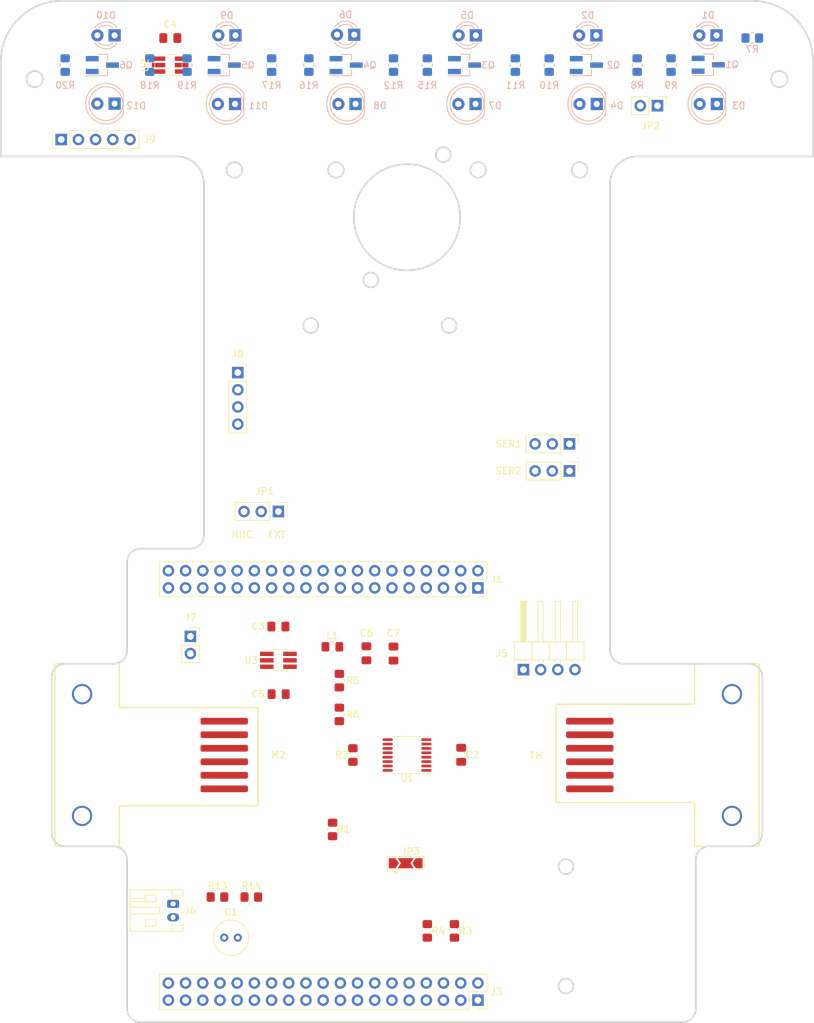
<source format=kicad_pcb>
(kicad_pcb (version 20221018) (generator pcbnew)
  (layers (0 "F.Cu" signal) (31 "B.Cu" signal) (34 "B.Paste" user) (35 "F.Paste" user) (36 "B.SilkS" user "B.Silkscreen") (37 "F.SilkS" user "F.Silkscreen") (38 "B.Mask" user) (39 "F.Mask" user) (44 "Edge.Cuts" user))
  (net 0 "")
  (net 1 "+BATT")
  (net 2 "GND")
  (net 3 "Net-(JP1-A)")
  (net 4 "+3V3")
  (net 5 "Net-(U3-SW)")
  (net 6 "Net-(U3-BST)")
  (net 7 "VCC")
  (net 8 "Net-(D1-K)")
  (net 9 "/VLED")
  (net 10 "Net-(D2-K)")
  (net 11 "Net-(D3-A)")
  (net 12 "Net-(D4-A)")
  (net 13 "Net-(D5-K)")
  (net 14 "Net-(D6-K)")
  (net 15 "Net-(D7-A)")
  (net 16 "Net-(D8-A)")
  (net 17 "Net-(D9-K)")
  (net 18 "Net-(D10-K)")
  (net 19 "Net-(D11-A)")
  (net 20 "Net-(D12-A)")
  (net 25 "/EN1")
  (net 31 "/SENS5")
  (net 32 "/SENS4")
  (net 33 "/SENS3")
  (net 34 "/SENS2")
  (net 35 "/SENS1")
  (net 36 "/SENS0")
  (net 37 "/VIN_NUC")
  (net 38 "+5V")
  (net 39 "/SER1")
  (net 40 "/MAG_TRIG")
  (net 41 "/SCL")
  (net 42 "/SDA")
  (net 43 "/SER2")
  (net 46 "/EN2")
  (net 47 "/ENC2B")
  (net 48 "/ENC1B")
  (net 49 "/ENC1A")
  (net 50 "/PH1")
  (net 52 "/PH2")
  (net 53 "/TX")
  (net 54 "/RX")
  (net 55 "/SENS_BATT")
  (net 56 "/MODE")
  (net 59 "/ENC2A")
  (net 60 "/M1A")
  (net 61 "/M1B")
  (net 62 "Net-(JP3-C)")
  (net 63 "/M2A")
  (net 64 "/M2B")
  (net 65 "Net-(U1-MODE{slash}ERR)")
  (net 66 "Net-(U1-OSCM)")
  (net 67 "Net-(U3-FB)")
  (footprint "Capacitor_SMD:C_0805_2012Metric_Pad1.18x1.45mm_HandSolder" (layer "F.Cu") (at 97 123.9625 -90)
    (fp_text reference "C6" (at -2.9625 0 -180) (layer "F.SilkS"))
    (fp_text value "22uF")
    (pad "1" smd roundrect (at -1.0375 0 270) (size 1.175 1.45) (layers "F.Cu" "F.Paste" "F.Mask") (roundrect_rratio 0.212766) (net 7 "VCC"))
    (pad "2" smd roundrect (at 1.0375 0 270) (size 1.175 1.45) (layers "F.Cu" "F.Paste" "F.Mask") (roundrect_rratio 0.212766) (net 2 "GND"))
  )
  (footprint "Resistor_SMD:R_0805_2012Metric_Pad1.20x1.40mm_HandSolder" (layer "F.Cu") (at 95 139 90)
    (fp_text reference "R2" (at 0 -1.65 180) (layer "F.SilkS"))
    (fp_text value "47k")
    (pad "1" smd roundrect (at -1 0 90) (size 1.2 1.4) (layers "F.Cu" "F.Paste" "F.Mask") (roundrect_rratio 0.208333) (net 66 "Net-(U1-OSCM)"))
    (pad "2" smd roundrect (at 1 0 90) (size 1.2 1.4) (layers "F.Cu" "F.Paste" "F.Mask") (roundrect_rratio 0.208333) (net 2 "GND"))
  )
  (footprint "Resistor_SMD:R_0805_2012Metric_Pad1.20x1.40mm_HandSolder" (layer "F.Cu") (at 75 160)
    (fp_text reference "R13" (at 0 -1.65) (layer "F.SilkS"))
    (fp_text value "4k7")
    (pad "1" smd roundrect (at -1 0) (size 1.2 1.4) (layers "F.Cu" "F.Paste" "F.Mask") (roundrect_rratio 0.208333) (net 1 "+BATT"))
    (pad "2" smd roundrect (at 1 0) (size 1.2 1.4) (layers "F.Cu" "F.Paste" "F.Mask") (roundrect_rratio 0.208333) (net 55 "/SENS_BATT"))
  )
  (footprint "Jumper:SolderJumper-3_P2.0mm_Open_TrianglePad1.0x1.5mm" (layer "F.Cu") (at 102.8 155)
    (fp_text reference "JP3" (at 0.725 -1.775) (layer "F.SilkS"))
    (fp_text value "SolderJumper_3_Bridged12")
    (pad "1" smd custom (at -2 0) (size 0.3 0.3) (layers "F.Cu" "F.Mask") (net 4 "+3V3") (options (clearance outline) (anchor rect)) (primitives (gr_poly (pts (xy 1 0) (xy 0.5 0.75) (xy -0.5 0.75) (xy -0.5 -0.75) (xy 0.5 -0.75)) (width 0) (fill yes))))
    (pad "2" smd custom (at 0 0) (size 0.3 0.3) (layers "F.Cu") (net 62 "Net-(JP3-C)") (options (clearance outline) (anchor rect)) (primitives (gr_poly (pts (xy 0.7 0) (xy 1.2 0.75) (xy -1.2 0.75) (xy -0.7 0) (xy -1.2 -0.75) (xy 1.2 -0.75)) (width 0) (fill yes))))
    (pad "3" smd custom (at 2 0 180) (size 0.3 0.3) (layers "F.Cu" "F.Mask") (net 2 "GND") (options (clearance outline) (anchor rect)) (primitives (gr_poly (pts (xy 1 0) (xy 0.5 0.75) (xy -0.5 0.75) (xy -0.5 -0.75) (xy 0.5 -0.75)) (width 0) (fill yes))))
  )
  (footprint "Connector_PinHeader_2.54mm:PinHeader_1x03_P2.54mm_Vertical" (layer "F.Cu") (at 127 97 -90)
    (fp_text reference "J4" hide)
    (fp_text value "SER2" (at 0 9 -180) (layer "F.SilkS"))
    (pad "1" thru_hole rect (at 0 0 270) (size 1.7 1.7) (drill 1) (layers "*.Cu" "*.Mask") (net 43 "/SER2"))
    (pad "2" thru_hole oval (at 0 2.54 270) (size 1.7 1.7) (drill 1) (layers "*.Cu" "*.Mask") (net 1 "+BATT"))
    (pad "3" thru_hole oval (at 0 5.08 270) (size 1.7 1.7) (drill 1) (layers "*.Cu" "*.Mask") (net 2 "GND"))
  )
  (footprint "Package_TO_SOT_SMD:TSOT-23-6_HandSoldering" (layer "F.Cu") (at 84 125 180)
    (fp_text reference "U3" (at 4 0) (layer "F.SilkS"))
    (fp_text value "AP62200WU-7")
    (pad "1" smd rect (at -1.71 -0.95 180) (size 2 0.65) (layers "F.Cu" "F.Paste" "F.Mask") (net 2 "GND"))
    (pad "2" smd rect (at -1.71 0 180) (size 2 0.65) (layers "F.Cu" "F.Paste" "F.Mask") (net 5 "Net-(U3-SW)"))
    (pad "3" smd rect (at -1.71 0.95 180) (size 2 0.65) (layers "F.Cu" "F.Paste" "F.Mask") (net 3 "Net-(JP1-A)"))
    (pad "4" smd rect (at 1.71 0.95 180) (size 2 0.65) (layers "F.Cu" "F.Paste" "F.Mask") (net 67 "Net-(U3-FB)"))
    (pad "5" smd rect (at 1.71 0 180) (size 2 0.65) (layers "F.Cu" "F.Paste" "F.Mask"))
    (pad "6" smd rect (at 1.71 -0.95 180) (size 2 0.65) (layers "F.Cu" "F.Paste" "F.Mask") (net 6 "Net-(U3-BST)"))
  )
  (footprint "MainBoard:N20" (layer "F.Cu") (at 130 139 90)
    (fp_text reference "M1" (at 0 -8 180 unlocked) (layer "F.SilkS"))
    (fp_text value "~")
    (pad "" thru_hole circle (at -9 21 90) (size 3 3) (drill 2.4) (layers "*.Cu" "*.Mask"))
    (pad "" thru_hole circle (at 9 21 90) (size 3 3) (drill 2.4) (layers "*.Cu" "*.Mask"))
    (pad "1" smd roundrect (at 5 0 90) (size 1 7) (layers "F.Cu" "F.Paste" "F.Mask") (net 60 "/M1A"))
    (pad "2" smd roundrect (at 3 0 90) (size 1 7) (layers "F.Cu" "F.Paste" "F.Mask") (net 61 "/M1B"))
    (pad "3" smd roundrect (at 1 0 90) (size 1 7) (layers "F.Cu" "F.Paste" "F.Mask") (net 38 "+5V"))
    (pad "4" smd roundrect (at -1 0 90) (size 1 7) (layers "F.Cu" "F.Paste" "F.Mask") (net 49 "/ENC1A"))
    (pad "5" smd roundrect (at -3 0 90) (size 1 7) (layers "F.Cu" "F.Paste" "F.Mask") (net 48 "/ENC1B"))
    (pad "6" smd roundrect (at -5 0 90) (size 1 7) (layers "F.Cu" "F.Paste" "F.Mask") (net 2 "GND"))
  )
  (footprint "Capacitor_SMD:C_0805_2012Metric_Pad1.18x1.45mm_HandSolder" (layer "F.Cu") (at 111 138.9625 -90)
    (fp_text reference "C2" (at 0 -1.68 -180) (layer "F.SilkS"))
    (fp_text value "0.1uF")
    (pad "1" smd roundrect (at -1.0375 0 270) (size 1.175 1.45) (layers "F.Cu" "F.Paste" "F.Mask") (roundrect_rratio 0.212766) (net 1 "+BATT"))
    (pad "2" smd roundrect (at 1.0375 0 270) (size 1.175 1.45) (layers "F.Cu" "F.Paste" "F.Mask") (roundrect_rratio 0.212766) (net 2 "GND"))
  )
  (footprint "Capacitor_SMD:C_0805_2012Metric_Pad1.18x1.45mm_HandSolder" (layer "F.Cu") (at 68.0375 33 180)
    (fp_text reference "C4" (at 0 2) (layer "F.SilkS"))
    (fp_text value "0.1uF")
    (pad "1" smd roundrect (at -1.0375 0 180) (size 1.175 1.45) (layers "F.Cu" "F.Paste" "F.Mask") (roundrect_rratio 0.212766) (net 2 "GND"))
    (pad "2" smd roundrect (at 1.0375 0 180) (size 1.175 1.45) (layers "F.Cu" "F.Paste" "F.Mask") (roundrect_rratio 0.212766) (net 4 "+3V3"))
  )
  (footprint "Capacitor_THT:C_Radial_D5.0mm_H7.0mm_P2.00mm" (layer "F.Cu") (at 76 166)
    (fp_text reference "C1" (at 1 -3.75) (layer "F.SilkS"))
    (fp_text value "47uF")
    (pad "1" thru_hole circle (at 0 0) (size 1.2 1.2) (drill 0.6) (layers "*.Cu" "*.Mask") (net 1 "+BATT"))
    (pad "2" thru_hole circle (at 2 0) (size 1.2 1.2) (drill 0.6) (layers "*.Cu" "*.Mask") (net 2 "GND"))
  )
  (footprint "Connector_PinHeader_2.54mm:PinHeader_1x02_P2.54mm_Vertical" (layer "F.Cu") (at 140 43 -90)
    (fp_text reference "JP2" (at 3 1) (layer "F.SilkS"))
    (fp_text value "Jumper_2_Open")
    (pad "1" thru_hole rect (at 0 0 270) (size 1.7 1.7) (drill 1) (layers "*.Cu" "*.Mask") (net 9 "/VLED"))
    (pad "2" thru_hole oval (at 0 2.54 270) (size 1.7 1.7) (drill 1) (layers "*.Cu" "*.Mask") (net 38 "+5V"))
  )
  (footprint "Resistor_SMD:R_0805_2012Metric_Pad1.20x1.40mm_HandSolder" (layer "F.Cu") (at 93 133 -90)
    (fp_text reference "R6" (at 0 -2 -180) (layer "F.SilkS"))
    (fp_text value "10k")
    (pad "1" smd roundrect (at -1 0 270) (size 1.2 1.4) (layers "F.Cu" "F.Paste" "F.Mask") (roundrect_rratio 0.208333) (net 67 "Net-(U3-FB)"))
    (pad "2" smd roundrect (at 1 0 270) (size 1.2 1.4) (layers "F.Cu" "F.Paste" "F.Mask") (roundrect_rratio 0.208333) (net 2 "GND"))
  )
  (footprint "Connector_JST:JST_PH_S2B-PH-K_1x02_P2.00mm_Horizontal" (layer "F.Cu") (at 68.45 161 -90)
    (fp_text reference "J6" (at 1 -2.55 -180) (layer "F.SilkS"))
    (fp_text value "JST")
    (pad "1" thru_hole roundrect (at 0 0 270) (size 1.2 1.75) (drill 0.75) (layers "*.Cu" "*.Mask") (roundrect_rratio 0.208333) (net 1 "+BATT"))
    (pad "2" thru_hole oval (at 2 0 270) (size 1.2 1.75) (drill 0.75) (layers "*.Cu" "*.Mask") (net 2 "GND"))
  )
  (footprint "Package_TO_SOT_SMD:TSOT-23-6_HandSoldering" (layer "F.Cu") (at 68 37 180)
    (fp_text reference "U2" (at 3.71 -0.05 90) (layer "F.SilkS"))
    (fp_text value "TMAG5273A1QDBVR")
    (pad "1" smd rect (at -1.71 -0.95 180) (size 2 0.65) (layers "F.Cu" "F.Paste" "F.Mask") (net 41 "/SCL"))
    (pad "2" smd rect (at -1.71 0 180) (size 2 0.65) (layers "F.Cu" "F.Paste" "F.Mask") (net 2 "GND"))
    (pad "3" smd rect (at -1.71 0.95 180) (size 2 0.65) (layers "F.Cu" "F.Paste" "F.Mask") (net 2 "GND"))
    (pad "4" smd rect (at 1.71 0.95 180) (size 2 0.65) (layers "F.Cu" "F.Paste" "F.Mask") (net 4 "+3V3"))
    (pad "5" smd rect (at 1.71 0 180) (size 2 0.65) (layers "F.Cu" "F.Paste" "F.Mask") (net 40 "/MAG_TRIG"))
    (pad "6" smd rect (at 1.71 -0.95 180) (size 2 0.65) (layers "F.Cu" "F.Paste" "F.Mask") (net 42 "/SDA"))
  )
  (footprint "Connector_PinSocket_2.54mm:PinSocket_2x19_P2.54mm_Vertical" (layer "F.Cu") (at 113.47 114.29 -90)
    (fp_text reference "J1" (at -1.27 -2.77 -180) (layer "F.SilkS"))
    (fp_text value "Conn_02x19_Odd_Even" hide)
    (pad "1" thru_hole rect (at 0 0 270) (size 1.7 1.7) (drill 1) (layers "*.Cu" "*.Mask"))
    (pad "2" thru_hole oval (at -2.54 0 270) (size 1.7 1.7) (drill 1) (layers "*.Cu" "*.Mask"))
    (pad "3" thru_hole oval (at 0 2.54 270) (size 1.7 1.7) (drill 1) (layers "*.Cu" "*.Mask"))
    (pad "4" thru_hole oval (at -2.54 2.54 270) (size 1.7 1.7) (drill 1) (layers "*.Cu" "*.Mask"))
    (pad "5" thru_hole oval (at 0 5.08 270) (size 1.7 1.7) (drill 1) (layers "*.Cu" "*.Mask") (net 7 "VCC"))
    (pad "6" thru_hole oval (at -2.54 5.08 270) (size 1.7 1.7) (drill 1) (layers "*.Cu" "*.Mask") (net 4 "+3V3"))
    (pad "7" thru_hole oval (at 0 7.62 270) (size 1.7 1.7) (drill 1) (layers "*.Cu" "*.Mask") (net 2 "GND"))
    (pad "8" thru_hole oval (at -2.54 7.62 270) (size 1.7 1.7) (drill 1) (layers "*.Cu" "*.Mask"))
    (pad "9" thru_hole oval (at 0 10.16 270) (size 1.7 1.7) (drill 1) (layers "*.Cu" "*.Mask"))
    (pad "10" thru_hole oval (at -2.54 10.16 270) (size 1.7 1.7) (drill 1) (layers "*.Cu" "*.Mask"))
    (pad "11" thru_hole oval (at 0 12.7 270) (size 1.7 1.7) (drill 1) (layers "*.Cu" "*.Mask"))
    (pad "12" thru_hole oval (at -2.54 12.7 270) (size 1.7 1.7) (drill 1) (layers "*.Cu" "*.Mask"))
    (pad "13" thru_hole oval (at 0 15.24 270) (size 1.7 1.7) (drill 1) (layers "*.Cu" "*.Mask"))
    (pad "14" thru_hole oval (at -2.54 15.24 270) (size 1.7 1.7) (drill 1) (layers "*.Cu" "*.Mask"))
    (pad "15" thru_hole oval (at 0 17.78 270) (size 1.7 1.7) (drill 1) (layers "*.Cu" "*.Mask"))
    (pad "16" thru_hole oval (at -2.54 17.78 270) (size 1.7 1.7) (drill 1) (layers "*.Cu" "*.Mask"))
    (pad "17" thru_hole oval (at 0 20.32 270) (size 1.7 1.7) (drill 1) (layers "*.Cu" "*.Mask") (net 4 "+3V3"))
    (pad "18" thru_hole oval (at -2.54 20.32 270) (size 1.7 1.7) (drill 1) (layers "*.Cu" "*.Mask"))
    (pad "19" thru_hole oval (at 0 22.86 270) (size 1.7 1.7) (drill 1) (layers "*.Cu" "*.Mask") (net 38 "+5V"))
    (pad "20" thru_hole oval (at -2.54 22.86 270) (size 1.7 1.7) (drill 1) (layers "*.Cu" "*.Mask") (net 2 "GND"))
    (pad "21" thru_hole oval (at 0 25.4 270) (size 1.7 1.7) (drill 1) (layers "*.Cu" "*.Mask") (net 2 "GND"))
    (pad "22" thru_hole oval (at -2.54 25.4 270) (size 1.7 1.7) (drill 1) (layers "*.Cu" "*.Mask") (net 25 "/EN1"))
    (pad "23" thru_hole oval (at 0 27.94 270) (size 1.7 1.7) (drill 1) (layers "*.Cu" "*.Mask") (net 2 "GND"))
    (pad "24" thru_hole oval (at -2.54 27.94 270) (size 1.7 1.7) (drill 1) (layers "*.Cu" "*.Mask"))
    (pad "25" thru_hole oval (at 0 30.48 270) (size 1.7 1.7) (drill 1) (layers "*.Cu" "*.Mask") (net 37 "/VIN_NUC"))
    (pad "26" thru_hole oval (at -2.54 30.48 270) (size 1.7 1.7) (drill 1) (layers "*.Cu" "*.Mask"))
    (pad "27" thru_hole oval (at 0 33.02 270) (size 1.7 1.7) (drill 1) (layers "*.Cu" "*.Mask") (net 36 "/SENS0"))
    (pad "28" thru_hole oval (at -2.54 33.02 270) (size 1.7 1.7) (drill 1) (layers "*.Cu" "*.Mask"))
    (pad "29" thru_hole oval (at 0 35.56 270) (size 1.7 1.7) (drill 1) (layers "*.Cu" "*.Mask") (net 35 "/SENS1"))
    (pad "30" thru_hole oval (at -2.54 35.56 270) (size 1.7 1.7) (drill 1) (layers "*.Cu" "*.Mask"))
    (pad "31" thru_hole oval (at 0 38.1 270) (size 1.7 1.7) (drill 1) (layers "*.Cu" "*.Mask") (net 34 "/SENS2"))
    (pad "32" thru_hole oval (at -2.54 38.1 270) (size 1.7 1.7) (drill 1) (layers "*.Cu" "*.Mask"))
    (pad "33" thru_hole oval (at 0 40.64 270) (size 1.7 1.7) (drill 1) (layers "*.Cu" "*.Mask") (net 33 "/SENS3"))
    (pad "34" thru_hole oval (at -2.54 40.64 270) (size 1.7 1.7) (drill 1) (layers "*.Cu" "*.Mask"))
    (pad "35" thru_hole oval (at 0 43.18 270) (size 1.7 1.7) (drill 1) (layers "*.Cu" "*.Mask") (net 32 "/SENS4"))
    (pad "36" thru_hole oval (at -2.54 43.18 270) (size 1.7 1.7) (drill 1) (layers "*.Cu" "*.Mask"))
    (pad "37" thru_hole oval (at 0 45.72 270) (size 1.7 1.7) (drill 1) (layers "*.Cu" "*.Mask") (net 31 "/SENS5"))
    (pad "38" thru_hole oval (at -2.54 45.72 270) (size 1.7 1.7) (drill 1) (layers "*.Cu" "*.Mask"))
  )
  (footprint "Connector_PinHeader_2.54mm:PinHeader_1x05_P2.54mm_Vertical" (layer "F.Cu") (at 51.92 48 90)
    (fp_text reference "J9" (at 0 13.08 180) (layer "F.SilkS"))
    (fp_text value "Conn_01x05_Socket")
    (pad "1" thru_hole rect (at 0 0 90) (size 1.7 1.7) (drill 1) (layers "*.Cu" "*.Mask") (net 4 "+3V3"))
    (pad "2" thru_hole oval (at 0 2.54 90) (size 1.7 1.7) (drill 1) (layers "*.Cu" "*.Mask") (net 40 "/MAG_TRIG"))
    (pad "3" thru_hole oval (at 0 5.08 90) (size 1.7 1.7) (drill 1) (layers "*.Cu" "*.Mask") (net 42 "/SDA"))
    (pad "4" thru_hole oval (at 0 7.62 90) (size 1.7 1.7) (drill 1) (layers "*.Cu" "*.Mask") (net 41 "/SCL"))
    (pad "5" thru_hole oval (at 0 10.16 90) (size 1.7 1.7) (drill 1) (layers "*.Cu" "*.Mask") (net 2 "GND"))
  )
  (footprint "Package_SO:TSSOP-16_4.4x5mm_P0.65mm" (layer "F.Cu") (at 103 139 180)
    (fp_text reference "U1" (at 0 -3.45) (layer "F.SilkS"))
    (fp_text value "~")
    (pad "1" smd roundrect (at -2.8625 -2.275 180) (size 1.475 0.4) (layers "F.Cu" "F.Paste" "F.Mask") (net 25 "/EN1"))
    (pad "2" smd roundrect (at -2.8625 -1.625 180) (size 1.475 0.4) (layers "F.Cu" "F.Paste" "F.Mask") (net 46 "/EN2"))
    (pad "3" smd roundrect (at -2.8625 -0.975 180) (size 1.475 0.4) (layers "F.Cu" "F.Paste" "F.Mask") (net 50 "/PH1"))
    (pad "4" smd roundrect (at -2.8625 -0.325 180) (size 1.475 0.4) (layers "F.Cu" "F.Paste" "F.Mask") (net 2 "GND"))
    (pad "5" smd roundrect (at -2.8625 0.325 180) (size 1.475 0.4) (layers "F.Cu" "F.Paste" "F.Mask") (net 1 "+BATT"))
    (pad "6" smd roundrect (at -2.8625 0.975 180) (size 1.475 0.4) (layers "F.Cu" "F.Paste" "F.Mask") (net 2 "GND"))
    (pad "7" smd roundrect (at -2.8625 1.625 180) (size 1.475 0.4) (layers "F.Cu" "F.Paste" "F.Mask") (net 60 "/M1A"))
    (pad "8" smd roundrect (at -2.8625 2.275 180) (size 1.475 0.4) (layers "F.Cu" "F.Paste" "F.Mask") (net 61 "/M1B"))
    (pad "9" smd roundrect (at 2.8625 2.275 180) (size 1.475 0.4) (layers "F.Cu" "F.Paste" "F.Mask") (net 64 "/M2B"))
    (pad "10" smd roundrect (at 2.8625 1.625 180) (size 1.475 0.4) (layers "F.Cu" "F.Paste" "F.Mask") (net 63 "/M2A"))
    (pad "11" smd roundrect (at 2.8625 0.975 180) (size 1.475 0.4) (layers "F.Cu" "F.Paste" "F.Mask") (net 2 "GND"))
    (pad "12" smd roundrect (at 2.8625 0.325 180) (size 1.475 0.4) (layers "F.Cu" "F.Paste" "F.Mask") (net 4 "+3V3"))
    (pad "13" smd roundrect (at 2.8625 -0.325 180) (size 1.475 0.4) (layers "F.Cu" "F.Paste" "F.Mask") (net 66 "Net-(U1-OSCM)"))
    (pad "14" smd roundrect (at 2.8625 -0.975 180) (size 1.475 0.4) (layers "F.Cu" "F.Paste" "F.Mask") (net 62 "Net-(JP3-C)"))
    (pad "15" smd roundrect (at 2.8625 -1.625 180) (size 1.475 0.4) (layers "F.Cu" "F.Paste" "F.Mask") (net 65 "Net-(U1-MODE{slash}ERR)"))
    (pad "16" smd roundrect (at 2.8625 -2.275 180) (size 1.475 0.4) (layers "F.Cu" "F.Paste" "F.Mask") (net 52 "/PH2"))
  )
  (footprint "Capacitor_SMD:C_0805_2012Metric_Pad1.18x1.45mm_HandSolder" (layer "F.Cu") (at 84.0375 130 180)
    (fp_text reference "C5" (at 3.0375 0) (layer "F.SilkS"))
    (fp_text value "0.1uF")
    (pad "1" smd roundrect (at -1.0375 0 180) (size 1.175 1.45) (layers "F.Cu" "F.Paste" "F.Mask") (roundrect_rratio 0.212766) (net 5 "Net-(U3-SW)"))
    (pad "2" smd roundrect (at 1.0375 0 180) (size 1.175 1.45) (layers "F.Cu" "F.Paste" "F.Mask") (roundrect_rratio 0.212766) (net 6 "Net-(U3-BST)"))
  )
  (footprint "Connector_PinSocket_2.54mm:PinSocket_1x02_P2.54mm_Vertical" (layer "F.Cu") (at 71 121.46)
    (fp_text reference "J7" (at 0 -2.77) (layer "F.SilkS"))
    (fp_text value "Conn_01x02_Socket")
    (pad "1" thru_hole rect (at 0 0) (size 1.7 1.7) (drill 1) (layers "*.Cu" "*.Mask") (net 1 "+BATT"))
    (pad "2" thru_hole oval (at 0 2.54) (size 1.7 1.7) (drill 1) (layers "*.Cu" "*.Mask") (net 2 "GND"))
  )
  (footprint "Inductor_SMD:L_0805_2012Metric_Pad1.15x1.40mm_HandSolder" (layer "F.Cu") (at 91.975 123)
    (fp_text reference "L1" (at 0 -1.65) (layer "F.SilkS"))
    (fp_text value "4.7uH")
    (pad "1" smd roundrect (at -1.025 0) (size 1.15 1.4) (layers "F.Cu" "F.Paste" "F.Mask") (roundrect_rratio 0.217391) (net 5 "Net-(U3-SW)"))
    (pad "2" smd roundrect (at 1.025 0) (size 1.15 1.4) (layers "F.Cu" "F.Paste" "F.Mask") (roundrect_rratio 0.217391) (net 7 "VCC"))
  )
  (footprint "Connector_PinHeader_2.54mm:PinHeader_1x03_P2.54mm_Vertical" (layer "F.Cu") (at 127 93 -90)
    (fp_text reference "J2" hide)
    (fp_text value "SER1" (at 0 9 -180) (layer "F.SilkS"))
    (pad "1" thru_hole rect (at 0 0 270) (size 1.7 1.7) (drill 1) (layers "*.Cu" "*.Mask") (net 39 "/SER1"))
    (pad "2" thru_hole oval (at 0 2.54 270) (size 1.7 1.7) (drill 1) (layers "*.Cu" "*.Mask") (net 1 "+BATT"))
    (pad "3" thru_hole oval (at 0 5.08 270) (size 1.7 1.7) (drill 1) (layers "*.Cu" "*.Mask") (net 2 "GND"))
  )
  (footprint "Connector_PinHeader_2.54mm:PinHeader_1x03_P2.54mm_Vertical" (layer "F.Cu") (at 84 103 -90)
    (fp_text reference "JP1" (at -3 2 -180) (layer "F.SilkS"))
    (fp_text value "Jumper_3_Bridged12")
    (pad "1" thru_hole rect (at 0 0 270) (size 1.7 1.7) (drill 1) (layers "*.Cu" "*.Mask") (net 3 "Net-(JP1-A)"))
    (pad "2" thru_hole oval (at 0 2.54 270) (size 1.7 1.7) (drill 1) (layers "*.Cu" "*.Mask") (net 1 "+BATT"))
    (pad "3" thru_hole oval (at 0 5.08 270) (size 1.7 1.7) (drill 1) (layers "*.Cu" "*.Mask") (net 37 "/VIN_NUC"))
  )
  (footprint "Capacitor_SMD:C_0805_2012Metric_Pad1.18x1.45mm_HandSolder" (layer "F.Cu") (at 84 120)
    (fp_text reference "C3" (at -3 0) (layer "F.SilkS"))
    (fp_text value "10uF")
    (pad "1" smd roundrect (at -1.0375 0) (size 1.175 1.45) (layers "F.Cu" "F.Paste" "F.Mask") (roundrect_rratio 0.212766) (net 2 "GND"))
    (pad "2" smd roundrect (at 1.0375 0) (size 1.175 1.45) (layers "F.Cu" "F.Paste" "F.Mask") (roundrect_rratio 0.212766) (net 3 "Net-(JP1-A)"))
  )
  (footprint "Resistor_SMD:R_0805_2012Metric_Pad1.20x1.40mm_HandSolder" (layer "F.Cu") (at 80 160)
    (fp_text reference "R14" (at 0 -1.65) (layer "F.SilkS"))
    (fp_text value "2k2")
    (pad "1" smd roundrect (at -1 0) (size 1.2 1.4) (layers "F.Cu" "F.Paste" "F.Mask") (roundrect_rratio 0.208333) (net 55 "/SENS_BATT"))
    (pad "2" smd roundrect (at 1 0) (size 1.2 1.4) (layers "F.Cu" "F.Paste" "F.Mask") (roundrect_rratio 0.208333) (net 2 "GND"))
  )
  (footprint "Resistor_SMD:R_0805_2012Metric_Pad1.20x1.40mm_HandSolder" (layer "F.Cu") (at 106 165 -90)
    (fp_text reference "R4" (at 0 -1.65 -180) (layer "F.SilkS"))
    (fp_text value "2k2")
    (pad "1" smd roundrect (at -1 0 270) (size 1.2 1.4) (layers "F.Cu" "F.Paste" "F.Mask") (roundrect_rratio 0.208333) (net 4 "+3V3"))
    (pad "2" smd roundrect (at 1 0 270) (size 1.2 1.4) (layers "F.Cu" "F.Paste" "F.Mask") (roundrect_rratio 0.208333) (net 42 "/SDA"))
  )
  (footprint "Resistor_SMD:R_0805_2012Metric_Pad1.20x1.40mm_HandSolder" (layer "F.Cu") (at 110 165 -90)
    (fp_text reference "R3" (at 0 -1.65 -180) (layer "F.SilkS"))
    (fp_text value "2k2")
    (pad "1" smd roundrect (at -1 0 270) (size 1.2 1.4) (layers "F.Cu" "F.Paste" "F.Mask") (roundrect_rratio 0.208333) (net 4 "+3V3"))
    (pad "2" smd roundrect (at 1 0 270) (size 1.2 1.4) (layers "F.Cu" "F.Paste" "F.Mask") (roundrect_rratio 0.208333) (net 41 "/SCL"))
  )
  (footprint "Connector_PinSocket_2.54mm:PinSocket_1x04_P2.54mm_Vertical" (layer "F.Cu") (at 78 82.46)
    (fp_text reference "J8" (at 0 -2.77) (layer "F.SilkS"))
    (fp_text value "UART")
    (pad "1" thru_hole rect (at 0 0) (size 1.7 1.7) (drill 1) (layers "*.Cu" "*.Mask") (net 38 "+5V"))
    (pad "2" thru_hole oval (at 0 2.54) (size 1.7 1.7) (drill 1) (layers "*.Cu" "*.Mask") (net 2 "GND"))
    (pad "3" thru_hole oval (at 0 5.08) (size 1.7 1.7) (drill 1) (layers "*.Cu" "*.Mask") (net 54 "/RX"))
    (pad "4" thru_hole oval (at 0 7.62) (size 1.7 1.7) (drill 1) (layers "*.Cu" "*.Mask") (net 53 "/TX"))
  )
  (footprint "Resistor_SMD:R_0805_2012Metric_Pad1.20x1.40mm_HandSolder" (layer "F.Cu") (at 93 128 -90)
    (fp_text reference "R5" (at 0 -2 -180) (layer "F.SilkS"))
    (fp_text value "52k3")
    (pad "1" smd roundrect (at -1 0 270) (size 1.2 1.4) (layers "F.Cu" "F.Paste" "F.Mask") (roundrect_rratio 0.208333) (net 7 "VCC"))
    (pad "2" smd roundrect (at 1 0 270) (size 1.2 1.4) (layers "F.Cu" "F.Paste" "F.Mask") (roundrect_rratio 0.208333) (net 67 "Net-(U3-FB)"))
  )
  (footprint "Resistor_SMD:R_0805_2012Metric_Pad1.20x1.40mm_HandSolder" (layer "F.Cu") (at 92 150 -90)
    (fp_text reference "R1" (at 0 -1.65 -180) (layer "F.SilkS"))
    (fp_text value "10k")
    (pad "1" smd roundrect (at -1 0 270) (size 1.2 1.4) (layers "F.Cu" "F.Paste" "F.Mask") (roundrect_rratio 0.208333) (net 65 "Net-(U1-MODE{slash}ERR)"))
    (pad "2" smd roundrect (at 1 0 270) (size 1.2 1.4) (layers "F.Cu" "F.Paste" "F.Mask") (roundrect_rratio 0.208333) (net 56 "/MODE"))
  )
  (footprint "Connector_PinSocket_2.54mm:PinSocket_2x19_P2.54mm_Vertical" (layer "F.Cu") (at 113.47 175.25 -90)
    (fp_text reference "J3" (at -1.27 -2.77 -180) (layer "F.SilkS"))
    (fp_text value "Conn_02x19_Odd_Even" hide)
    (pad "1" thru_hole rect (at 0 0 270) (size 1.7 1.7) (drill 1) (layers "*.Cu" "*.Mask"))
    (pad "2" thru_hole oval (at -2.54 0 270) (size 1.7 1.7) (drill 1) (layers "*.Cu" "*.Mask") (net 40 "/MAG_TRIG"))
    (pad "3" thru_hole oval (at 0 2.54 270) (size 1.7 1.7) (drill 1) (layers "*.Cu" "*.Mask") (net 59 "/ENC2A"))
    (pad "4" thru_hole oval (at -2.54 2.54 270) (size 1.7 1.7) (drill 1) (layers "*.Cu" "*.Mask") (net 41 "/SCL"))
    (pad "5" thru_hole oval (at 0 5.08 270) (size 1.7 1.7) (drill 1) (layers "*.Cu" "*.Mask"))
    (pad "6" thru_hole oval (at -2.54 5.08 270) (size 1.7 1.7) (drill 1) (layers "*.Cu" "*.Mask") (net 42 "/SDA"))
    (pad "7" thru_hole oval (at 0 7.62 270) (size 1.7 1.7) (drill 1) (layers "*.Cu" "*.Mask"))
    (pad "8" thru_hole oval (at -2.54 7.62 270) (size 1.7 1.7) (drill 1) (layers "*.Cu" "*.Mask"))
    (pad "9" thru_hole oval (at 0 10.16 270) (size 1.7 1.7) (drill 1) (layers "*.Cu" "*.Mask"))
    (pad "10" thru_hole oval (at -2.54 10.16 270) (size 1.7 1.7) (drill 1) (layers "*.Cu" "*.Mask") (net 2 "GND"))
    (pad "11" thru_hole oval (at 0 12.7 270) (size 1.7 1.7) (drill 1) (layers "*.Cu" "*.Mask"))
    (pad "12" thru_hole oval (at -2.54 12.7 270) (size 1.7 1.7) (drill 1) (layers "*.Cu" "*.Mask") (net 43 "/SER2"))
    (pad "13" thru_hole oval (at 0 15.24 270) (size 1.7 1.7) (drill 1) (layers "*.Cu" "*.Mask"))
    (pad "14" thru_hole oval (at -2.54 15.24 270) (size 1.7 1.7) (drill 1) (layers "*.Cu" "*.Mask"))
    (pad "15" thru_hole oval (at 0 17.78 270) (size 1.7 1.7) (drill 1) (layers "*.Cu" "*.Mask"))
    (pad "16" thru_hole oval (at -2.54 17.78 270) (size 1.7 1.7) (drill 1) (layers "*.Cu" "*.Mask"))
    (pad "17" thru_hole oval (at 0 20.32 270) (size 1.7 1.7) (drill 1) (layers "*.Cu" "*.Mask"))
    (pad "18" thru_hole oval (at -2.54 20.32 270) (size 1.7 1.7) (drill 1) (layers "*.Cu" "*.Mask") (net 46 "/EN2"))
    (pad "19" thru_hole oval (at 0 22.86 270) (size 1.7 1.7) (drill 1) (layers "*.Cu" "*.Mask"))
    (pad "20" thru_hole oval (at -2.54 22.86 270) (size 1.7 1.7) (drill 1) (layers "*.Cu" "*.Mask") (net 47 "/ENC2B"))
    (pad "21" thru_hole oval (at 0 25.4 270) (size 1.7 1.7) (drill 1) (layers "*.Cu" "*.Mask") (net 56 "/MODE"))
    (pad "22" thru_hole oval (at -2.54 25.4 270) (size 1.7 1.7) (drill 1) (layers "*.Cu" "*.Mask") (net 48 "/ENC1B"))
    (pad "23" thru_hole oval (at 0 27.94 270) (size 1.7 1.7) (drill 1) (layers "*.Cu" "*.Mask"))
    (pad "24" thru_hole oval (at -2.54 27.94 270) (size 1.7 1.7) (drill 1) (layers "*.Cu" "*.Mask") (net 49 "/ENC1A"))
    (pad "25" thru_hole oval (at 0 30.48 270) (size 1.7 1.7) (drill 1) (layers "*.Cu" "*.Mask"))
    (pad "26" thru_hole oval (at -2.54 30.48 270) (size 1.7 1.7) (drill 1) (layers "*.Cu" "*.Mask") (net 39 "/SER1"))
    (pad "27" thru_hole oval (at 0 33.02 270) (size 1.7 1.7) (drill 1) (layers "*.Cu" "*.Mask"))
    (pad "28" thru_hole oval (at -2.54 33.02 270) (size 1.7 1.7) (drill 1) (layers "*.Cu" "*.Mask") (net 50 "/PH1"))
    (pad "29" thru_hole oval (at 0 35.56 270) (size 1.7 1.7) (drill 1) (layers "*.Cu" "*.Mask"))
    (pad "30" thru_hole oval (at -2.54 35.56 270) (size 1.7 1.7) (drill 1) (layers "*.Cu" "*.Mask"))
    (pad "31" thru_hole oval (at 0 38.1 270) (size 1.7 1.7) (drill 1) (layers "*.Cu" "*.Mask"))
    (pad "32" thru_hole oval (at -2.54 38.1 270) (size 1.7 1.7) (drill 1) (layers "*.Cu" "*.Mask") (net 52 "/PH2"))
    (pad "33" thru_hole oval (at 0 40.64 270) (size 1.7 1.7) (drill 1) (layers "*.Cu" "*.Mask") (net 55 "/SENS_BATT"))
    (pad "34" thru_hole oval (at -2.54 40.64 270) (size 1.7 1.7) (drill 1) (layers "*.Cu" "*.Mask"))
    (pad "35" thru_hole oval (at 0 43.18 270) (size 1.7 1.7) (drill 1) (layers "*.Cu" "*.Mask"))
    (pad "36" thru_hole oval (at -2.54 43.18 270) (size 1.7 1.7) (drill 1) (layers "*.Cu" "*.Mask") (net 53 "/TX"))
    (pad "37" thru_hole oval (at 0 45.72 270) (size 1.7 1.7) (drill 1) (layers "*.Cu" "*.Mask"))
    (pad "38" thru_hole oval (at -2.54 45.72 270) (size 1.7 1.7) (drill 1) (layers "*.Cu" "*.Mask") (net 54 "/RX"))
  )
  (footprint "MainBoard:N20" (layer "F.Cu") (at 76 139 -90)
    (fp_text reference "M2" (at 0 -8 unlocked) (layer "F.SilkS"))
    (fp_text value "~")
    (pad "" thru_hole circle (at -9 21 270) (size 3 3) (drill 2.4) (layers "*.Cu" "*.Mask"))
    (pad "" thru_hole circle (at 9 21 270) (size 3 3) (drill 2.4) (layers "*.Cu" "*.Mask"))
    (pad "1" smd roundrect (at 5 0 270) (size 1 7) (layers "F.Cu" "F.Paste" "F.Mask") (net 63 "/M2A"))
    (pad "2" smd roundrect (at 3 0 270) (size 1 7) (layers "F.Cu" "F.Paste" "F.Mask") (net 64 "/M2B"))
    (pad "3" smd roundrect (at 1 0 270) (size 1 7) (layers "F.Cu" "F.Paste" "F.Mask") (net 38 "+5V"))
    (pad "4" smd roundrect (at -1 0 270) (size 1 7) (layers "F.Cu" "F.Paste" "F.Mask") (net 59 "/ENC2A"))
    (pad "5" smd roundrect (at -3 0 270) (size 1 7) (layers "F.Cu" "F.Paste" "F.Mask") (net 47 "/ENC2B"))
    (pad "6" smd roundrect (at -5 0 270) (size 1 7) (layers "F.Cu" "F.Paste" "F.Mask") (net 2 "GND"))
  )
  (footprint "Connector_PinHeader_2.54mm:PinHeader_1x04_P2.54mm_Horizontal" (layer "F.Cu") (at 120.2 126.375 90)
    (fp_text reference "J5" (at 2.375 -3.2 180) (layer "F.SilkS"))
    (fp_text value "Conn_01x04_Pin")
    (pad "1" thru_hole rect (at 0 0 90) (size 1.7 1.7) (drill 1) (layers "*.Cu" "*.Mask") (net 60 "/M1A"))
    (pad "2" thru_hole oval (at 0 2.54 90) (size 1.7 1.7) (drill 1) (layers "*.Cu" "*.Mask") (net 61 "/M1B"))
    (pad "3" thru_hole oval (at 0 5.08 90) (size 1.7 1.7) (drill 1) (layers "*.Cu" "*.Mask") (net 59 "/ENC2A"))
    (pad "4" thru_hole oval (at 0 7.62 90) (size 1.7 1.7) (drill 1) (layers "*.Cu" "*.Mask") (net 47 "/ENC2B"))
  )
  (footprint "Capacitor_SMD:C_0805_2012Metric_Pad1.18x1.45mm_HandSolder" (layer "F.Cu") (at 101 124 -90)
    (fp_text reference "C7" (at -3 0 -180) (layer "F.SilkS"))
    (fp_text value "22uF")
    (pad "1" smd roundrect (at -1.0375 0 270) (size 1.175 1.45) (layers "F.Cu" "F.Paste" "F.Mask") (roundrect_rratio 0.212766) (net 7 "VCC"))
    (pad "2" smd roundrect (at 1.0375 0 270) (size 1.175 1.45) (layers "F.Cu" "F.Paste" "F.Mask") (roundrect_rratio 0.212766) (net 2 "GND"))
  )
  (footprint "LED_THT:LED_D5.0mm" (layer "B.Cu") (at 77.6 42.75 180)
    (fp_text reference "D11" (at -3.4 -0.25) (layer "B.SilkS") (effects (justify mirror)))
    (fp_text value "D_Photo")
    (pad "1" thru_hole rect (at 0 0 180) (size 1.8 1.8) (drill 0.9) (layers "*.Cu" "*.Mask") (net 4 "+3V3"))
    (pad "2" thru_hole circle (at 2.54 0 180) (size 1.8 1.8) (drill 0.9) (layers "*.Cu" "*.Mask") (net 19 "Net-(D11-A)"))
  )
  (footprint "Resistor_SMD:R_0805_2012Metric_Pad1.20x1.40mm_HandSolder" (layer "B.Cu") (at 124 37 -90)
    (fp_text reference "R10" (at 3 0 -180) (layer "B.SilkS") (effects (justify mirror)))
    (fp_text value "200k")
    (pad "1" smd roundrect (at -1 0 270) (size 1.2 1.4) (layers "B.Cu" "B.Paste" "B.Mask") (roundrect_rratio 0.208333) (net 33 "/SENS3"))
    (pad "2" smd roundrect (at 1 0 270) (size 1.2 1.4) (layers "B.Cu" "B.Paste" "B.Mask") (roundrect_rratio 0.208333) (net 2 "GND"))
  )
  (footprint "LED_THT:LED_D3.0mm" (layer "B.Cu") (at 95.2 32.5 180)
    (fp_text reference "D6" (at 1.27 2.96) (layer "B.SilkS") (effects (justify mirror)))
    (fp_text value "LED")
    (pad "1" thru_hole rect (at 0 0 180) (size 1.8 1.8) (drill 0.9) (layers "*.Cu" "*.Mask") (net 14 "Net-(D6-K)"))
    (pad "2" thru_hole circle (at 2.54 0 180) (size 1.8 1.8) (drill 0.9) (layers "*.Cu" "*.Mask") (net 9 "/VLED"))
  )
  (footprint "Package_TO_SOT_SMD:SOT-23_Handsoldering" (layer "B.Cu") (at 129.5 37)
    (fp_text reference "Q2" (at 4 0) (layer "B.SilkS") (effects (justify mirror)))
    (fp_text value "MMBT3904")
    (pad "1" smd rect (at -1.5 0.95) (size 1.9 0.8) (layers "B.Cu" "B.Paste" "B.Mask") (net 12 "Net-(D4-A)"))
    (pad "2" smd rect (at -1.5 -0.95) (size 1.9 0.8) (layers "B.Cu" "B.Paste" "B.Mask") (net 33 "/SENS3"))
    (pad "3" smd rect (at 1.5 0) (size 1.9 0.8) (layers "B.Cu" "B.Paste" "B.Mask") (net 4 "+3V3"))
  )
  (footprint "Resistor_SMD:R_0805_2012Metric_Pad1.20x1.40mm_HandSolder" (layer "B.Cu") (at 88.5 37 -90)
    (fp_text reference "R16" (at 3 0 -180) (layer "B.SilkS") (effects (justify mirror)))
    (fp_text value "200k")
    (pad "1" smd roundrect (at -1 0 270) (size 1.2 1.4) (layers "B.Cu" "B.Paste" "B.Mask") (roundrect_rratio 0.208333) (net 32 "/SENS4"))
    (pad "2" smd roundrect (at 1 0 270) (size 1.2 1.4) (layers "B.Cu" "B.Paste" "B.Mask") (roundrect_rratio 0.208333) (net 2 "GND"))
  )
  (footprint "Resistor_SMD:R_0805_2012Metric_Pad1.20x1.40mm_HandSolder" (layer "B.Cu") (at 65 37 -90)
    (fp_text reference "R18" (at 3 0 -180) (layer "B.SilkS") (effects (justify mirror)))
    (fp_text value "150")
    (pad "1" smd roundrect (at -1 0 270) (size 1.2 1.4) (layers "B.Cu" "B.Paste" "B.Mask") (roundrect_rratio 0.208333) (net 18 "Net-(D10-K)"))
    (pad "2" smd roundrect (at 1 0 270) (size 1.2 1.4) (layers "B.Cu" "B.Paste" "B.Mask") (roundrect_rratio 0.208333) (net 2 "GND"))
  )
  (footprint "LED_THT:LED_D5.0mm" (layer "B.Cu") (at 113.125 42.75 180)
    (fp_text reference "D7" (at -2.875 -0.25) (layer "B.SilkS") (effects (justify mirror)))
    (fp_text value "D_Photo")
    (pad "1" thru_hole rect (at 0 0 180) (size 1.8 1.8) (drill 0.9) (layers "*.Cu" "*.Mask") (net 4 "+3V3"))
    (pad "2" thru_hole circle (at 2.54 0 180) (size 1.8 1.8) (drill 0.9) (layers "*.Cu" "*.Mask") (net 15 "Net-(D7-A)"))
  )
  (footprint "LED_THT:LED_D5.0mm" (layer "B.Cu") (at 59.8 42.7 180)
    (fp_text reference "D12" (at -3.2 -0.3) (layer "B.SilkS") (effects (justify mirror)))
    (fp_text value "D_Photo")
    (pad "1" thru_hole rect (at 0 0 180) (size 1.8 1.8) (drill 0.9) (layers "*.Cu" "*.Mask") (net 4 "+3V3"))
    (pad "2" thru_hole circle (at 2.54 0 180) (size 1.8 1.8) (drill 0.9) (layers "*.Cu" "*.Mask") (net 20 "Net-(D12-A)"))
  )
  (footprint "LED_THT:LED_D3.0mm" (layer "B.Cu") (at 130.965 32.6 180)
    (fp_text reference "D2" (at 1.27 2.96) (layer "B.SilkS") (effects (justify mirror)))
    (fp_text value "LED")
    (pad "1" thru_hole rect (at 0 0 180) (size 1.8 1.8) (drill 0.9) (layers "*.Cu" "*.Mask") (net 10 "Net-(D2-K)"))
    (pad "2" thru_hole circle (at 2.54 0 180) (size 1.8 1.8) (drill 0.9) (layers "*.Cu" "*.Mask") (net 9 "/VLED"))
  )
  (footprint "Resistor_SMD:R_0805_2012Metric_Pad1.20x1.40mm_HandSolder" (layer "B.Cu") (at 154 33)
    (fp_text reference "R7" (at 0 1.65) (layer "B.SilkS") (effects (justify mirror)))
    (fp_text value "150")
    (pad "1" smd roundrect (at -1 0) (size 1.2 1.4) (layers "B.Cu" "B.Paste" "B.Mask") (roundrect_rratio 0.208333) (net 8 "Net-(D1-K)"))
    (pad "2" smd roundrect (at 1 0) (size 1.2 1.4) (layers "B.Cu" "B.Paste" "B.Mask") (roundrect_rratio 0.208333) (net 2 "GND"))
  )
  (footprint "Resistor_SMD:R_0805_2012Metric_Pad1.20x1.40mm_HandSolder" (layer "B.Cu") (at 52.5 37 90)
    (fp_text reference "R20" (at -3 0 180) (layer "B.SilkS") (effects (justify mirror)))
    (fp_text value "200k")
    (pad "1" smd roundrect (at -1 0 90) (size 1.2 1.4) (layers "B.Cu" "B.Paste" "B.Mask") (roundrect_rratio 0.208333) (net 31 "/SENS5"))
    (pad "2" smd roundrect (at 1 0 90) (size 1.2 1.4) (layers "B.Cu" "B.Paste" "B.Mask") (roundrect_rratio 0.208333) (net 2 "GND"))
  )
  (footprint "Package_TO_SOT_SMD:SOT-23_Handsoldering" (layer "B.Cu") (at 94 37)
    (fp_text reference "Q4" (at 3.5 0) (layer "B.SilkS") (effects (justify mirror)))
    (fp_text value "MMBT3904")
    (pad "1" smd rect (at -1.5 0.95) (size 1.9 0.8) (layers "B.Cu" "B.Paste" "B.Mask") (net 16 "Net-(D8-A)"))
    (pad "2" smd rect (at -1.5 -0.95) (size 1.9 0.8) (layers "B.Cu" "B.Paste" "B.Mask") (net 32 "/SENS4"))
    (pad "3" smd rect (at 1.5 0) (size 1.9 0.8) (layers "B.Cu" "B.Paste" "B.Mask") (net 4 "+3V3"))
  )
  (footprint "Resistor_SMD:R_0805_2012Metric_Pad1.20x1.40mm_HandSolder" (layer "B.Cu") (at 83 37 -90)
    (fp_text reference "R17" (at 3 0 -180) (layer "B.SilkS") (effects (justify mirror)))
    (fp_text value "150")
    (pad "1" smd roundrect (at -1 0 270) (size 1.2 1.4) (layers "B.Cu" "B.Paste" "B.Mask") (roundrect_rratio 0.208333) (net 17 "Net-(D9-K)"))
    (pad "2" smd roundrect (at 1 0 270) (size 1.2 1.4) (layers "B.Cu" "B.Paste" "B.Mask") (roundrect_rratio 0.208333) (net 2 "GND"))
  )
  (footprint "LED_THT:LED_D5.0mm" (layer "B.Cu") (at 95.4 42.75 180)
    (fp_text reference "D8" (at -3.6 -0.25) (layer "B.SilkS") (effects (justify mirror)))
    (fp_text value "D_Photo")
    (pad "1" thru_hole rect (at 0 0 180) (size 1.8 1.8) (drill 0.9) (layers "*.Cu" "*.Mask") (net 4 "+3V3"))
    (pad "2" thru_hole circle (at 2.54 0 180) (size 1.8 1.8) (drill 0.9) (layers "*.Cu" "*.Mask") (net 16 "Net-(D8-A)"))
  )
  (footprint "Package_TO_SOT_SMD:SOT-23_Handsoldering" (layer "B.Cu") (at 76 37)
    (fp_text reference "Q5" (at 3.5 0) (layer "B.SilkS") (effects (justify mirror)))
    (fp_text value "MMBT3904")
    (pad "1" smd rect (at -1.5 0.95) (size 1.9 0.8) (layers "B.Cu" "B.Paste" "B.Mask") (net 19 "Net-(D11-A)"))
    (pad "2" smd rect (at -1.5 -0.95) (size 1.9 0.8) (layers "B.Cu" "B.Paste" "B.Mask") (net 34 "/SENS2"))
    (pad "3" smd rect (at 1.5 0) (size 1.9 0.8) (layers "B.Cu" "B.Paste" "B.Mask") (net 4 "+3V3"))
  )
  (footprint "Resistor_SMD:R_0805_2012Metric_Pad1.20x1.40mm_HandSolder" (layer "B.Cu") (at 142 37 -90)
    (fp_text reference "R9" (at 3 0 -180) (layer "B.SilkS") (effects (justify mirror)))
    (fp_text value "200k")
    (pad "1" smd roundrect (at -1 0 270) (size 1.2 1.4) (layers "B.Cu" "B.Paste" "B.Mask") (roundrect_rratio 0.208333) (net 36 "/SENS0"))
    (pad "2" smd roundrect (at 1 0 270) (size 1.2 1.4) (layers "B.Cu" "B.Paste" "B.Mask") (roundrect_rratio 0.208333) (net 2 "GND"))
  )
  (footprint "Package_TO_SOT_SMD:SOT-23_Handsoldering" (layer "B.Cu") (at 111.5 37)
    (fp_text reference "Q3" (at 3.5 0) (layer "B.SilkS") (effects (justify mirror)))
    (fp_text value "MMBT3904")
    (pad "1" smd rect (at -1.5 0.95) (size 1.9 0.8) (layers "B.Cu" "B.Paste" "B.Mask") (net 15 "Net-(D7-A)"))
    (pad "2" smd rect (at -1.5 -0.95) (size 1.9 0.8) (layers "B.Cu" "B.Paste" "B.Mask") (net 35 "/SENS1"))
    (pad "3" smd rect (at 1.5 0) (size 1.9 0.8) (layers "B.Cu" "B.Paste" "B.Mask") (net 4 "+3V3"))
  )
  (footprint "LED_THT:LED_D3.0mm" (layer "B.Cu") (at 113.165 32.6 180)
    (fp_text reference "D5" (at 1.27 2.96) (layer "B.SilkS") (effects (justify mirror)))
    (fp_text value "LED")
    (pad "1" thru_hole rect (at 0 0 180) (size 1.8 1.8) (drill 0.9) (layers "*.Cu" "*.Mask") (net 13 "Net-(D5-K)"))
    (pad "2" thru_hole circle (at 2.54 0 180) (size 1.8 1.8) (drill 0.9) (layers "*.Cu" "*.Mask") (net 9 "/VLED"))
  )
  (footprint "Resistor_SMD:R_0805_2012Metric_Pad1.20x1.40mm_HandSolder" (layer "B.Cu") (at 101 37 -90)
    (fp_text reference "R12" (at 3 0 -180) (layer "B.SilkS") (effects (justify mirror)))
    (fp_text value "150")
    (pad "1" smd roundrect (at -1 0 270) (size 1.2 1.4) (layers "B.Cu" "B.Paste" "B.Mask") (roundrect_rratio 0.208333) (net 14 "Net-(D6-K)"))
    (pad "2" smd roundrect (at 1 0 270) (size 1.2 1.4) (layers "B.Cu" "B.Paste" "B.Mask") (roundrect_rratio 0.208333) (net 2 "GND"))
  )
  (footprint "Resistor_SMD:R_0805_2012Metric_Pad1.20x1.40mm_HandSolder" (layer "B.Cu") (at 106 37 -90)
    (fp_text reference "R15" (at 3 0 -180) (layer "B.SilkS") (effects (justify mirror)))
    (fp_text value "200k")
    (pad "1" smd roundrect (at -1 0 270) (size 1.2 1.4) (layers "B.Cu" "B.Paste" "B.Mask") (roundrect_rratio 0.208333) (net 35 "/SENS1"))
    (pad "2" smd roundrect (at 1 0 270) (size 1.2 1.4) (layers "B.Cu" "B.Paste" "B.Mask") (roundrect_rratio 0.208333) (net 2 "GND"))
  )
  (footprint "Resistor_SMD:R_0805_2012Metric_Pad1.20x1.40mm_HandSolder" (layer "B.Cu") (at 137 37 -90)
    (fp_text reference "R8" (at 3 0 -180) (layer "B.SilkS") (effects (justify mirror)))
    (fp_text value "150")
    (pad "1" smd roundrect (at -1 0 270) (size 1.2 1.4) (layers "B.Cu" "B.Paste" "B.Mask") (roundrect_rratio 0.208333) (net 10 "Net-(D2-K)"))
    (pad "2" smd roundrect (at 1 0 270) (size 1.2 1.4) (layers "B.Cu" "B.Paste" "B.Mask") (roundrect_rratio 0.208333) (net 2 "GND"))
  )
  (footprint "Resistor_SMD:R_0805_2012Metric_Pad1.20x1.40mm_HandSolder" (layer "B.Cu") (at 119 37 -90)
    (fp_text reference "R11" (at 3 0 -180) (layer "B.SilkS") (effects (justify mirror)))
    (fp_text value "150")
    (pad "1" smd roundrect (at -1 0 270) (size 1.2 1.4) (layers "B.Cu" "B.Paste" "B.Mask") (roundrect_rratio 0.208333) (net 13 "Net-(D5-K)"))
    (pad "2" smd roundrect (at 1 0 270) (size 1.2 1.4) (layers "B.Cu" "B.Paste" "B.Mask") (roundrect_rratio 0.208333) (net 2 "GND"))
  )
  (footprint "Package_TO_SOT_SMD:SOT-23_Handsoldering" (layer "B.Cu") (at 147.5 36.95)
    (fp_text reference "Q1" (at 3.5 -0.05) (layer "B.SilkS") (effects (justify mirror)))
    (fp_text value "MMBT3904")
    (pad "1" smd rect (at -1.5 0.95) (size 1.9 0.8) (layers "B.Cu" "B.Paste" "B.Mask") (net 11 "Net-(D3-A)"))
    (pad "2" smd rect (at -1.5 -0.95) (size 1.9 0.8) (layers "B.Cu" "B.Paste" "B.Mask") (net 36 "/SENS0"))
    (pad "3" smd rect (at 1.5 0) (size 1.9 0.8) (layers "B.Cu" "B.Paste" "B.Mask") (net 4 "+3V3"))
  )
  (footprint "Package_TO_SOT_SMD:SOT-23_Handsoldering" (layer "B.Cu") (at 58 37)
    (fp_text reference "Q6" (at 3.5 0) (layer "B.SilkS") (effects (justify mirror)))
    (fp_text value "MMBT3904")
    (pad "1" smd rect (at -1.5 0.95) (size 1.9 0.8) (layers "B.Cu" "B.Paste" "B.Mask") (net 20 "Net-(D12-A)"))
    (pad "2" smd rect (at -1.5 -0.95) (size 1.9 0.8) (layers "B.Cu" "B.Paste" "B.Mask") (net 31 "/SENS5"))
    (pad "3" smd rect (at 1.5 0) (size 1.9 0.8) (layers "B.Cu" "B.Paste" "B.Mask") (net 4 "+3V3"))
  )
  (footprint "LED_THT:LED_D3.0mm" (layer "B.Cu") (at 59.8 32.6 180)
    (fp_text reference "D10" (at 1.27 2.96) (layer "B.SilkS") (effects (justify mirror)))
    (fp_text value "LED")
    (pad "1" thru_hole rect (at 0 0 180) (size 1.8 1.8) (drill 0.9) (layers "*.Cu" "*.Mask") (net 18 "Net-(D10-K)"))
    (pad "2" thru_hole circle (at 2.54 0 180) (size 1.8 1.8) (drill 0.9) (layers "*.Cu" "*.Mask") (net 9 "/VLED"))
  )
  (footprint "LED_THT:LED_D5.0mm" (layer "B.Cu") (at 148.775 42.75 180)
    (fp_text reference "D3" (at -3.225 -0.25) (layer "B.SilkS") (effects (justify mirror)))
    (fp_text value "D_Photo")
    (pad "1" thru_hole rect (at 0 0 180) (size 1.8 1.8) (drill 0.9) (layers "*.Cu" "*.Mask") (net 4 "+3V3"))
    (pad "2" thru_hole circle (at 2.54 0 180) (size 1.8 1.8) (drill 0.9) (layers "*.Cu" "*.Mask") (net 11 "Net-(D3-A)"))
  )
  (footprint "LED_THT:LED_D5.0mm" (layer "B.Cu") (at 131.025 42.75 180)
    (fp_text reference "D4" (at -2.975 -0.25) (layer "B.SilkS") (effects (justify mirror)))
    (fp_text value "D_Photo")
    (pad "1" thru_hole rect (at 0 0 180) (size 1.8 1.8) (drill 0.9) (layers "*.Cu" "*.Mask") (net 4 "+3V3"))
    (pad "2" thru_hole circle (at 2.54 0 180) (size 1.8 1.8) (drill 0.9) (layers "*.Cu" "*.Mask") (net 12 "Net-(D4-A)"))
  )
  (footprint "LED_THT:LED_D3.0mm" (layer "B.Cu") (at 148.725 32.6 180)
    (fp_text reference "D1" (at 1.27 2.96) (layer "B.SilkS") (effects (justify mirror)))
    (fp_text value "LED")
    (pad "1" thru_hole rect (at 0 0 180) (size 1.8 1.8) (drill 0.9) (layers "*.Cu" "*.Mask") (net 8 "Net-(D1-K)"))
    (pad "2" thru_hole circle (at 2.54 0 180) (size 1.8 1.8) (drill 0.9) (layers "*.Cu" "*.Mask") (net 9 "/VLED"))
  )
  (footprint "LED_THT:LED_D3.0mm" (layer "B.Cu") (at 77.665 32.6 180)
    (fp_text reference "D9" (at 1.27 2.96) (layer "B.SilkS") (effects (justify mirror)))
    (fp_text value "LED")
    (pad "1" thru_hole rect (at 0 0 180) (size 1.8 1.8) (drill 0.9) (layers "*.Cu" "*.Mask") (net 17 "Net-(D9-K)"))
    (pad "2" thru_hole circle (at 2.54 0 180) (size 1.8 1.8) (drill 0.9) (layers "*.Cu" "*.Mask") (net 9 "/VLED"))
  )
  (footprint "Resistor_SMD:R_0805_2012Metric_Pad1.20x1.40mm_HandSolder" (layer "B.Cu") (at 70.5 37 -90)
    (fp_text reference "R19" (at 3 0 -180) (layer "B.SilkS") (effects (justify mirror)))
    (fp_text value "200k")
    (pad "1" smd roundrect (at -1 0 270) (size 1.2 1.4) (layers "B.Cu" "B.Paste" "B.Mask") (roundrect_rratio 0.208333) (net 34 "/SENS2"))
    (pad "2" smd roundrect (at 1 0 270) (size 1.2 1.4) (layers "B.Cu" "B.Paste" "B.Mask") (roundrect_rratio 0.208333) (net 2 "GND"))
  )
  (gr_arc (start 52.5 152.5) (mid 51.085786 151.914214) (end 50.5 150.5) (stroke (width 0.25)) (layer "Edge.Cuts"))
  (gr_line (start 43 50.5) (end 69 50.5) (stroke (width 0.25)) (layer "Edge.Cuts"))
  (gr_arc (start 43 36.5) (mid 45.636039 30.136039) (end 52 27.5) (stroke (width 0.25)) (layer "Edge.Cuts"))
  (gr_circle (center 88.79 75.5) (end 89.89 75.5) (stroke (width 0.25)) (fill none) (layer "Edge.Cuts"))
  (gr_arc (start 153.5 125.5) (mid 154.914214 126.085786) (end 155.5 127.5) (stroke (width 0.25)) (layer "Edge.Cuts"))
  (gr_circle (center 92.5 52.5) (end 93.65 52.5) (stroke (width 0.25)) (fill none) (layer "Edge.Cuts"))
  (gr_circle (center 128.5 52.5) (end 129.65 52.5) (stroke (width 0.25)) (fill none) (layer "Edge.Cuts"))
  (gr_line (start 133 123.5) (end 133 54.5) (stroke (width 0.25)) (layer "Edge.Cuts"))
  (gr_line (start 61.65 154.5) (end 61.65 176.5) (stroke (width 0.25)) (layer "Edge.Cuts"))
  (gr_line (start 59.65 125.5) (end 52.5 125.5) (stroke (width 0.25)) (layer "Edge.Cuts"))
  (gr_arc (start 73 106.5) (mid 72.414214 107.914214) (end 71 108.5) (stroke (width 0.25)) (layer "Edge.Cuts"))
  (gr_arc (start 69 50.5) (mid 71.828427 51.671573) (end 73 54.5) (stroke (width 0.25)) (layer "Edge.Cuts"))
  (gr_circle (center 158 39.07) (end 159.2 39.07) (stroke (width 0.25)) (fill none) (layer "Edge.Cuts"))
  (gr_line (start 155.5 150.5) (end 155.5 127.5) (stroke (width 0.25)) (layer "Edge.Cuts"))
  (gr_arc (start 135 125.5) (mid 133.585786 124.914214) (end 133 123.5) (stroke (width 0.25)) (layer "Edge.Cuts"))
  (gr_circle (center 48 39.07) (end 49.2 39.07) (stroke (width 0.25)) (fill none) (layer "Edge.Cuts"))
  (gr_line (start 137 50.5) (end 163 50.5) (stroke (width 0.25)) (layer "Edge.Cuts"))
  (gr_arc (start 155.5 150.5) (mid 154.914214 151.914214) (end 153.5 152.5) (stroke (width 0.25)) (layer "Edge.Cuts"))
  (gr_line (start 145.65 176.5) (end 145.65 154.5) (stroke (width 0.25)) (layer "Edge.Cuts"))
  (gr_line (start 61.65 110.5) (end 61.65 123.5) (stroke (width 0.25)) (layer "Edge.Cuts"))
  (gr_arc (start 61.65 123.5) (mid 61.064214 124.914214) (end 59.65 125.5) (stroke (width 0.25)) (layer "Edge.Cuts"))
  (gr_line (start 71 108.5) (end 63.65 108.5) (stroke (width 0.25)) (layer "Edge.Cuts"))
  (gr_circle (center 77.5 52.5) (end 78.65 52.5) (stroke (width 0.25)) (fill none) (layer "Edge.Cuts"))
  (gr_arc (start 154 27.5) (mid 160.363961 30.136039) (end 163 36.5) (stroke (width 0.25)) (layer "Edge.Cuts"))
  (gr_circle (center 108.35 50.233528) (end 109.45 50.233528) (stroke (width 0.25)) (fill none) (layer "Edge.Cuts"))
  (gr_line (start 163 50.5) (end 163 36.5) (stroke (width 0.25)) (layer "Edge.Cuts"))
  (gr_arc (start 133 54.5) (mid 134.171573 51.671573) (end 137 50.5) (stroke (width 0.25)) (layer "Edge.Cuts"))
  (gr_arc (start 50.5 127.5) (mid 51.085786 126.085786) (end 52.5 125.5) (stroke (width 0.25)) (layer "Edge.Cuts"))
  (gr_line (start 154 27.5) (end 52 27.5) (stroke (width 0.25)) (layer "Edge.Cuts"))
  (gr_circle (center 97.65 68.766472) (end 98.75 68.766472) (stroke (width 0.25)) (fill none) (layer "Edge.Cuts"))
  (gr_line (start 43 36.5) (end 43 50.5) (stroke (width 0.25)) (layer "Edge.Cuts"))
  (gr_circle (center 126.48 173.15) (end 127.58 173.15) (stroke (width 0.25)) (fill none) (layer "Edge.Cuts"))
  (gr_circle (center 113.5 52.5) (end 114.65 52.5) (stroke (width 0.25)) (fill none) (layer "Edge.Cuts"))
  (gr_line (start 73 54.5) (end 73 106.5) (stroke (width 0.25)) (layer "Edge.Cuts"))
  (gr_arc (start 63.65 178.5) (mid 62.235786 177.914214) (end 61.65 176.5) (stroke (width 0.25)) (layer "Edge.Cuts"))
  (gr_circle (center 103 59.5) (end 110.85 59.5) (stroke (width 0.25)) (fill none) (layer "Edge.Cuts"))
  (gr_circle (center 109.21 75.5) (end 110.31 75.5) (stroke (width 0.25)) (fill none) (layer "Edge.Cuts"))
  (gr_line (start 63.65 178.5) (end 143.65 178.5) (stroke (width 0.25)) (layer "Edge.Cuts"))
  (gr_circle (center 126.48 155.5) (end 127.58 155.5) (stroke (width 0.25)) (fill none) (layer "Edge.Cuts"))
  (gr_line (start 52.5 152.5) (end 59.65 152.5) (stroke (width 0.25)) (layer "Edge.Cuts"))
  (gr_arc (start 61.65 110.5) (mid 62.235786 109.085786) (end 63.65 108.5) (stroke (width 0.25)) (layer "Edge.Cuts"))
  (gr_line (start 147.65 152.5) (end 153.5 152.5) (stroke (width 0.25)) (layer "Edge.Cuts"))
  (gr_line (start 50.5 127.5) (end 50.5 150.5) (stroke (width 0.25)) (layer "Edge.Cuts"))
  (gr_line (start 153.5 125.5) (end 135 125.5) (stroke (width 0.25)) (layer "Edge.Cuts"))
  (gr_arc (start 59.65 152.5) (mid 61.064214 153.085786) (end 61.65 154.5) (stroke (width 0.25)) (layer "Edge.Cuts"))
  (gr_arc (start 145.65 176.5) (mid 145.064214 177.914214) (end 143.65 178.5) (stroke (width 0.25)) (layer "Edge.Cuts"))
  (gr_arc (start 145.65 154.5) (mid 146.235786 153.085786) (end 147.65 152.5) (stroke (width 0.25)) (layer "Edge.Cuts"))
  (gr_text "NUC   EXT" (at 77 107) (layer "F.SilkS") (effects (font (size 1 1)) (justify left bottom)))
)
</source>
